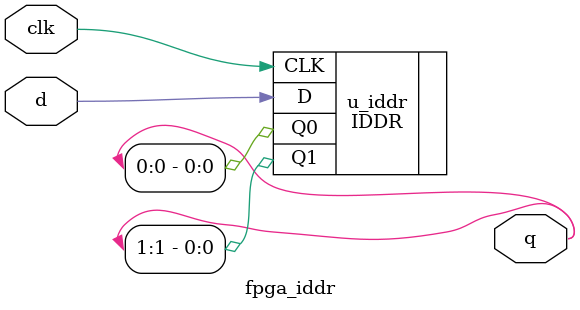
<source format=sv>

module fpga_iddr (
  input  logic       clk,
  input  logic       d,
  output logic [1:0] q
);

  IDDR #(
    .Q0_INIT (1'b0),
    .Q1_INIT (1'b0)
  )
  u_iddr (
    .Q0      (q[0]), // D captured with posedge
    .Q1      (q[1]), // D captured with negedge
    .D       (d),
    .CLK     (clk)
  );

endmodule: fpga_iddr

/*
------------------------------------------------------------------------------
Version History:
------------------------------------------------------------------------------
 2022/10/9 JI: initial creation
*/

</source>
